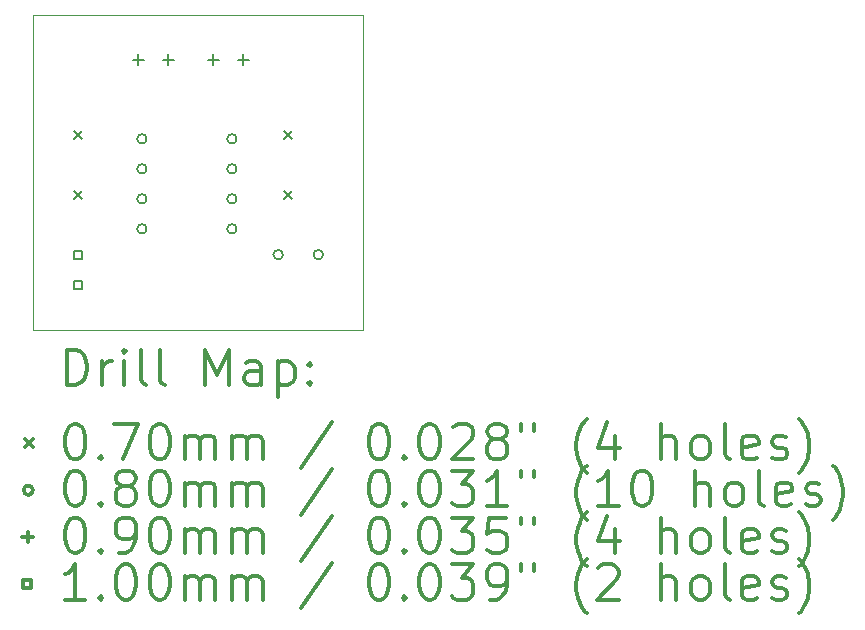
<source format=gbr>
%FSLAX45Y45*%
G04 Gerber Fmt 4.5, Leading zero omitted, Abs format (unit mm)*
G04 Created by KiCad (PCBNEW (5.1.9)-1) date 2021-03-23 19:31:26*
%MOMM*%
%LPD*%
G01*
G04 APERTURE LIST*
%TA.AperFunction,Profile*%
%ADD10C,0.050000*%
%TD*%
%ADD11C,0.200000*%
%ADD12C,0.300000*%
G04 APERTURE END LIST*
D10*
X12065000Y-9652000D02*
X12065000Y-6985000D01*
X14859000Y-6985000D02*
X12065000Y-6985000D01*
X14859000Y-9652000D02*
X14859000Y-6985000D01*
X12065000Y-9652000D02*
X14859000Y-9652000D01*
D11*
X12411000Y-7966000D02*
X12481000Y-8036000D01*
X12481000Y-7966000D02*
X12411000Y-8036000D01*
X12411000Y-8474000D02*
X12481000Y-8544000D01*
X12481000Y-8474000D02*
X12411000Y-8544000D01*
X14189000Y-7966000D02*
X14259000Y-8036000D01*
X14259000Y-7966000D02*
X14189000Y-8036000D01*
X14189000Y-8474000D02*
X14259000Y-8544000D01*
X14259000Y-8474000D02*
X14189000Y-8544000D01*
X13024500Y-8036500D02*
G75*
G03*
X13024500Y-8036500I-40000J0D01*
G01*
X13024500Y-8290500D02*
G75*
G03*
X13024500Y-8290500I-40000J0D01*
G01*
X13024500Y-8544500D02*
G75*
G03*
X13024500Y-8544500I-40000J0D01*
G01*
X13024500Y-8798500D02*
G75*
G03*
X13024500Y-8798500I-40000J0D01*
G01*
X13786500Y-8036500D02*
G75*
G03*
X13786500Y-8036500I-40000J0D01*
G01*
X13786500Y-8290500D02*
G75*
G03*
X13786500Y-8290500I-40000J0D01*
G01*
X13786500Y-8544500D02*
G75*
G03*
X13786500Y-8544500I-40000J0D01*
G01*
X13786500Y-8798500D02*
G75*
G03*
X13786500Y-8798500I-40000J0D01*
G01*
X14178000Y-9017000D02*
G75*
G03*
X14178000Y-9017000I-40000J0D01*
G01*
X14518000Y-9017000D02*
G75*
G03*
X14518000Y-9017000I-40000J0D01*
G01*
X12954000Y-7321000D02*
X12954000Y-7411000D01*
X12909000Y-7366000D02*
X12999000Y-7366000D01*
X13208000Y-7321000D02*
X13208000Y-7411000D01*
X13163000Y-7366000D02*
X13253000Y-7366000D01*
X13589000Y-7321000D02*
X13589000Y-7411000D01*
X13544000Y-7366000D02*
X13634000Y-7366000D01*
X13843000Y-7321000D02*
X13843000Y-7411000D01*
X13798000Y-7366000D02*
X13888000Y-7366000D01*
X12481356Y-9052356D02*
X12481356Y-8981644D01*
X12410644Y-8981644D01*
X12410644Y-9052356D01*
X12481356Y-9052356D01*
X12481356Y-9306356D02*
X12481356Y-9235644D01*
X12410644Y-9235644D01*
X12410644Y-9306356D01*
X12481356Y-9306356D01*
D12*
X12348928Y-10120214D02*
X12348928Y-9820214D01*
X12420357Y-9820214D01*
X12463214Y-9834500D01*
X12491786Y-9863072D01*
X12506071Y-9891643D01*
X12520357Y-9948786D01*
X12520357Y-9991643D01*
X12506071Y-10048786D01*
X12491786Y-10077357D01*
X12463214Y-10105929D01*
X12420357Y-10120214D01*
X12348928Y-10120214D01*
X12648928Y-10120214D02*
X12648928Y-9920214D01*
X12648928Y-9977357D02*
X12663214Y-9948786D01*
X12677500Y-9934500D01*
X12706071Y-9920214D01*
X12734643Y-9920214D01*
X12834643Y-10120214D02*
X12834643Y-9920214D01*
X12834643Y-9820214D02*
X12820357Y-9834500D01*
X12834643Y-9848786D01*
X12848928Y-9834500D01*
X12834643Y-9820214D01*
X12834643Y-9848786D01*
X13020357Y-10120214D02*
X12991786Y-10105929D01*
X12977500Y-10077357D01*
X12977500Y-9820214D01*
X13177500Y-10120214D02*
X13148928Y-10105929D01*
X13134643Y-10077357D01*
X13134643Y-9820214D01*
X13520357Y-10120214D02*
X13520357Y-9820214D01*
X13620357Y-10034500D01*
X13720357Y-9820214D01*
X13720357Y-10120214D01*
X13991786Y-10120214D02*
X13991786Y-9963072D01*
X13977500Y-9934500D01*
X13948928Y-9920214D01*
X13891786Y-9920214D01*
X13863214Y-9934500D01*
X13991786Y-10105929D02*
X13963214Y-10120214D01*
X13891786Y-10120214D01*
X13863214Y-10105929D01*
X13848928Y-10077357D01*
X13848928Y-10048786D01*
X13863214Y-10020214D01*
X13891786Y-10005929D01*
X13963214Y-10005929D01*
X13991786Y-9991643D01*
X14134643Y-9920214D02*
X14134643Y-10220214D01*
X14134643Y-9934500D02*
X14163214Y-9920214D01*
X14220357Y-9920214D01*
X14248928Y-9934500D01*
X14263214Y-9948786D01*
X14277500Y-9977357D01*
X14277500Y-10063072D01*
X14263214Y-10091643D01*
X14248928Y-10105929D01*
X14220357Y-10120214D01*
X14163214Y-10120214D01*
X14134643Y-10105929D01*
X14406071Y-10091643D02*
X14420357Y-10105929D01*
X14406071Y-10120214D01*
X14391786Y-10105929D01*
X14406071Y-10091643D01*
X14406071Y-10120214D01*
X14406071Y-9934500D02*
X14420357Y-9948786D01*
X14406071Y-9963072D01*
X14391786Y-9948786D01*
X14406071Y-9934500D01*
X14406071Y-9963072D01*
X11992500Y-10579500D02*
X12062500Y-10649500D01*
X12062500Y-10579500D02*
X11992500Y-10649500D01*
X12406071Y-10450214D02*
X12434643Y-10450214D01*
X12463214Y-10464500D01*
X12477500Y-10478786D01*
X12491786Y-10507357D01*
X12506071Y-10564500D01*
X12506071Y-10635929D01*
X12491786Y-10693072D01*
X12477500Y-10721643D01*
X12463214Y-10735929D01*
X12434643Y-10750214D01*
X12406071Y-10750214D01*
X12377500Y-10735929D01*
X12363214Y-10721643D01*
X12348928Y-10693072D01*
X12334643Y-10635929D01*
X12334643Y-10564500D01*
X12348928Y-10507357D01*
X12363214Y-10478786D01*
X12377500Y-10464500D01*
X12406071Y-10450214D01*
X12634643Y-10721643D02*
X12648928Y-10735929D01*
X12634643Y-10750214D01*
X12620357Y-10735929D01*
X12634643Y-10721643D01*
X12634643Y-10750214D01*
X12748928Y-10450214D02*
X12948928Y-10450214D01*
X12820357Y-10750214D01*
X13120357Y-10450214D02*
X13148928Y-10450214D01*
X13177500Y-10464500D01*
X13191786Y-10478786D01*
X13206071Y-10507357D01*
X13220357Y-10564500D01*
X13220357Y-10635929D01*
X13206071Y-10693072D01*
X13191786Y-10721643D01*
X13177500Y-10735929D01*
X13148928Y-10750214D01*
X13120357Y-10750214D01*
X13091786Y-10735929D01*
X13077500Y-10721643D01*
X13063214Y-10693072D01*
X13048928Y-10635929D01*
X13048928Y-10564500D01*
X13063214Y-10507357D01*
X13077500Y-10478786D01*
X13091786Y-10464500D01*
X13120357Y-10450214D01*
X13348928Y-10750214D02*
X13348928Y-10550214D01*
X13348928Y-10578786D02*
X13363214Y-10564500D01*
X13391786Y-10550214D01*
X13434643Y-10550214D01*
X13463214Y-10564500D01*
X13477500Y-10593072D01*
X13477500Y-10750214D01*
X13477500Y-10593072D02*
X13491786Y-10564500D01*
X13520357Y-10550214D01*
X13563214Y-10550214D01*
X13591786Y-10564500D01*
X13606071Y-10593072D01*
X13606071Y-10750214D01*
X13748928Y-10750214D02*
X13748928Y-10550214D01*
X13748928Y-10578786D02*
X13763214Y-10564500D01*
X13791786Y-10550214D01*
X13834643Y-10550214D01*
X13863214Y-10564500D01*
X13877500Y-10593072D01*
X13877500Y-10750214D01*
X13877500Y-10593072D02*
X13891786Y-10564500D01*
X13920357Y-10550214D01*
X13963214Y-10550214D01*
X13991786Y-10564500D01*
X14006071Y-10593072D01*
X14006071Y-10750214D01*
X14591786Y-10435929D02*
X14334643Y-10821643D01*
X14977500Y-10450214D02*
X15006071Y-10450214D01*
X15034643Y-10464500D01*
X15048928Y-10478786D01*
X15063214Y-10507357D01*
X15077500Y-10564500D01*
X15077500Y-10635929D01*
X15063214Y-10693072D01*
X15048928Y-10721643D01*
X15034643Y-10735929D01*
X15006071Y-10750214D01*
X14977500Y-10750214D01*
X14948928Y-10735929D01*
X14934643Y-10721643D01*
X14920357Y-10693072D01*
X14906071Y-10635929D01*
X14906071Y-10564500D01*
X14920357Y-10507357D01*
X14934643Y-10478786D01*
X14948928Y-10464500D01*
X14977500Y-10450214D01*
X15206071Y-10721643D02*
X15220357Y-10735929D01*
X15206071Y-10750214D01*
X15191786Y-10735929D01*
X15206071Y-10721643D01*
X15206071Y-10750214D01*
X15406071Y-10450214D02*
X15434643Y-10450214D01*
X15463214Y-10464500D01*
X15477500Y-10478786D01*
X15491786Y-10507357D01*
X15506071Y-10564500D01*
X15506071Y-10635929D01*
X15491786Y-10693072D01*
X15477500Y-10721643D01*
X15463214Y-10735929D01*
X15434643Y-10750214D01*
X15406071Y-10750214D01*
X15377500Y-10735929D01*
X15363214Y-10721643D01*
X15348928Y-10693072D01*
X15334643Y-10635929D01*
X15334643Y-10564500D01*
X15348928Y-10507357D01*
X15363214Y-10478786D01*
X15377500Y-10464500D01*
X15406071Y-10450214D01*
X15620357Y-10478786D02*
X15634643Y-10464500D01*
X15663214Y-10450214D01*
X15734643Y-10450214D01*
X15763214Y-10464500D01*
X15777500Y-10478786D01*
X15791786Y-10507357D01*
X15791786Y-10535929D01*
X15777500Y-10578786D01*
X15606071Y-10750214D01*
X15791786Y-10750214D01*
X15963214Y-10578786D02*
X15934643Y-10564500D01*
X15920357Y-10550214D01*
X15906071Y-10521643D01*
X15906071Y-10507357D01*
X15920357Y-10478786D01*
X15934643Y-10464500D01*
X15963214Y-10450214D01*
X16020357Y-10450214D01*
X16048928Y-10464500D01*
X16063214Y-10478786D01*
X16077500Y-10507357D01*
X16077500Y-10521643D01*
X16063214Y-10550214D01*
X16048928Y-10564500D01*
X16020357Y-10578786D01*
X15963214Y-10578786D01*
X15934643Y-10593072D01*
X15920357Y-10607357D01*
X15906071Y-10635929D01*
X15906071Y-10693072D01*
X15920357Y-10721643D01*
X15934643Y-10735929D01*
X15963214Y-10750214D01*
X16020357Y-10750214D01*
X16048928Y-10735929D01*
X16063214Y-10721643D01*
X16077500Y-10693072D01*
X16077500Y-10635929D01*
X16063214Y-10607357D01*
X16048928Y-10593072D01*
X16020357Y-10578786D01*
X16191786Y-10450214D02*
X16191786Y-10507357D01*
X16306071Y-10450214D02*
X16306071Y-10507357D01*
X16748928Y-10864500D02*
X16734643Y-10850214D01*
X16706071Y-10807357D01*
X16691786Y-10778786D01*
X16677500Y-10735929D01*
X16663214Y-10664500D01*
X16663214Y-10607357D01*
X16677500Y-10535929D01*
X16691786Y-10493072D01*
X16706071Y-10464500D01*
X16734643Y-10421643D01*
X16748928Y-10407357D01*
X16991786Y-10550214D02*
X16991786Y-10750214D01*
X16920357Y-10435929D02*
X16848928Y-10650214D01*
X17034643Y-10650214D01*
X17377500Y-10750214D02*
X17377500Y-10450214D01*
X17506071Y-10750214D02*
X17506071Y-10593072D01*
X17491786Y-10564500D01*
X17463214Y-10550214D01*
X17420357Y-10550214D01*
X17391786Y-10564500D01*
X17377500Y-10578786D01*
X17691786Y-10750214D02*
X17663214Y-10735929D01*
X17648928Y-10721643D01*
X17634643Y-10693072D01*
X17634643Y-10607357D01*
X17648928Y-10578786D01*
X17663214Y-10564500D01*
X17691786Y-10550214D01*
X17734643Y-10550214D01*
X17763214Y-10564500D01*
X17777500Y-10578786D01*
X17791786Y-10607357D01*
X17791786Y-10693072D01*
X17777500Y-10721643D01*
X17763214Y-10735929D01*
X17734643Y-10750214D01*
X17691786Y-10750214D01*
X17963214Y-10750214D02*
X17934643Y-10735929D01*
X17920357Y-10707357D01*
X17920357Y-10450214D01*
X18191786Y-10735929D02*
X18163214Y-10750214D01*
X18106071Y-10750214D01*
X18077500Y-10735929D01*
X18063214Y-10707357D01*
X18063214Y-10593072D01*
X18077500Y-10564500D01*
X18106071Y-10550214D01*
X18163214Y-10550214D01*
X18191786Y-10564500D01*
X18206071Y-10593072D01*
X18206071Y-10621643D01*
X18063214Y-10650214D01*
X18320357Y-10735929D02*
X18348928Y-10750214D01*
X18406071Y-10750214D01*
X18434643Y-10735929D01*
X18448928Y-10707357D01*
X18448928Y-10693072D01*
X18434643Y-10664500D01*
X18406071Y-10650214D01*
X18363214Y-10650214D01*
X18334643Y-10635929D01*
X18320357Y-10607357D01*
X18320357Y-10593072D01*
X18334643Y-10564500D01*
X18363214Y-10550214D01*
X18406071Y-10550214D01*
X18434643Y-10564500D01*
X18548928Y-10864500D02*
X18563214Y-10850214D01*
X18591786Y-10807357D01*
X18606071Y-10778786D01*
X18620357Y-10735929D01*
X18634643Y-10664500D01*
X18634643Y-10607357D01*
X18620357Y-10535929D01*
X18606071Y-10493072D01*
X18591786Y-10464500D01*
X18563214Y-10421643D01*
X18548928Y-10407357D01*
X12062500Y-11010500D02*
G75*
G03*
X12062500Y-11010500I-40000J0D01*
G01*
X12406071Y-10846214D02*
X12434643Y-10846214D01*
X12463214Y-10860500D01*
X12477500Y-10874786D01*
X12491786Y-10903357D01*
X12506071Y-10960500D01*
X12506071Y-11031929D01*
X12491786Y-11089072D01*
X12477500Y-11117643D01*
X12463214Y-11131929D01*
X12434643Y-11146214D01*
X12406071Y-11146214D01*
X12377500Y-11131929D01*
X12363214Y-11117643D01*
X12348928Y-11089072D01*
X12334643Y-11031929D01*
X12334643Y-10960500D01*
X12348928Y-10903357D01*
X12363214Y-10874786D01*
X12377500Y-10860500D01*
X12406071Y-10846214D01*
X12634643Y-11117643D02*
X12648928Y-11131929D01*
X12634643Y-11146214D01*
X12620357Y-11131929D01*
X12634643Y-11117643D01*
X12634643Y-11146214D01*
X12820357Y-10974786D02*
X12791786Y-10960500D01*
X12777500Y-10946214D01*
X12763214Y-10917643D01*
X12763214Y-10903357D01*
X12777500Y-10874786D01*
X12791786Y-10860500D01*
X12820357Y-10846214D01*
X12877500Y-10846214D01*
X12906071Y-10860500D01*
X12920357Y-10874786D01*
X12934643Y-10903357D01*
X12934643Y-10917643D01*
X12920357Y-10946214D01*
X12906071Y-10960500D01*
X12877500Y-10974786D01*
X12820357Y-10974786D01*
X12791786Y-10989072D01*
X12777500Y-11003357D01*
X12763214Y-11031929D01*
X12763214Y-11089072D01*
X12777500Y-11117643D01*
X12791786Y-11131929D01*
X12820357Y-11146214D01*
X12877500Y-11146214D01*
X12906071Y-11131929D01*
X12920357Y-11117643D01*
X12934643Y-11089072D01*
X12934643Y-11031929D01*
X12920357Y-11003357D01*
X12906071Y-10989072D01*
X12877500Y-10974786D01*
X13120357Y-10846214D02*
X13148928Y-10846214D01*
X13177500Y-10860500D01*
X13191786Y-10874786D01*
X13206071Y-10903357D01*
X13220357Y-10960500D01*
X13220357Y-11031929D01*
X13206071Y-11089072D01*
X13191786Y-11117643D01*
X13177500Y-11131929D01*
X13148928Y-11146214D01*
X13120357Y-11146214D01*
X13091786Y-11131929D01*
X13077500Y-11117643D01*
X13063214Y-11089072D01*
X13048928Y-11031929D01*
X13048928Y-10960500D01*
X13063214Y-10903357D01*
X13077500Y-10874786D01*
X13091786Y-10860500D01*
X13120357Y-10846214D01*
X13348928Y-11146214D02*
X13348928Y-10946214D01*
X13348928Y-10974786D02*
X13363214Y-10960500D01*
X13391786Y-10946214D01*
X13434643Y-10946214D01*
X13463214Y-10960500D01*
X13477500Y-10989072D01*
X13477500Y-11146214D01*
X13477500Y-10989072D02*
X13491786Y-10960500D01*
X13520357Y-10946214D01*
X13563214Y-10946214D01*
X13591786Y-10960500D01*
X13606071Y-10989072D01*
X13606071Y-11146214D01*
X13748928Y-11146214D02*
X13748928Y-10946214D01*
X13748928Y-10974786D02*
X13763214Y-10960500D01*
X13791786Y-10946214D01*
X13834643Y-10946214D01*
X13863214Y-10960500D01*
X13877500Y-10989072D01*
X13877500Y-11146214D01*
X13877500Y-10989072D02*
X13891786Y-10960500D01*
X13920357Y-10946214D01*
X13963214Y-10946214D01*
X13991786Y-10960500D01*
X14006071Y-10989072D01*
X14006071Y-11146214D01*
X14591786Y-10831929D02*
X14334643Y-11217643D01*
X14977500Y-10846214D02*
X15006071Y-10846214D01*
X15034643Y-10860500D01*
X15048928Y-10874786D01*
X15063214Y-10903357D01*
X15077500Y-10960500D01*
X15077500Y-11031929D01*
X15063214Y-11089072D01*
X15048928Y-11117643D01*
X15034643Y-11131929D01*
X15006071Y-11146214D01*
X14977500Y-11146214D01*
X14948928Y-11131929D01*
X14934643Y-11117643D01*
X14920357Y-11089072D01*
X14906071Y-11031929D01*
X14906071Y-10960500D01*
X14920357Y-10903357D01*
X14934643Y-10874786D01*
X14948928Y-10860500D01*
X14977500Y-10846214D01*
X15206071Y-11117643D02*
X15220357Y-11131929D01*
X15206071Y-11146214D01*
X15191786Y-11131929D01*
X15206071Y-11117643D01*
X15206071Y-11146214D01*
X15406071Y-10846214D02*
X15434643Y-10846214D01*
X15463214Y-10860500D01*
X15477500Y-10874786D01*
X15491786Y-10903357D01*
X15506071Y-10960500D01*
X15506071Y-11031929D01*
X15491786Y-11089072D01*
X15477500Y-11117643D01*
X15463214Y-11131929D01*
X15434643Y-11146214D01*
X15406071Y-11146214D01*
X15377500Y-11131929D01*
X15363214Y-11117643D01*
X15348928Y-11089072D01*
X15334643Y-11031929D01*
X15334643Y-10960500D01*
X15348928Y-10903357D01*
X15363214Y-10874786D01*
X15377500Y-10860500D01*
X15406071Y-10846214D01*
X15606071Y-10846214D02*
X15791786Y-10846214D01*
X15691786Y-10960500D01*
X15734643Y-10960500D01*
X15763214Y-10974786D01*
X15777500Y-10989072D01*
X15791786Y-11017643D01*
X15791786Y-11089072D01*
X15777500Y-11117643D01*
X15763214Y-11131929D01*
X15734643Y-11146214D01*
X15648928Y-11146214D01*
X15620357Y-11131929D01*
X15606071Y-11117643D01*
X16077500Y-11146214D02*
X15906071Y-11146214D01*
X15991786Y-11146214D02*
X15991786Y-10846214D01*
X15963214Y-10889072D01*
X15934643Y-10917643D01*
X15906071Y-10931929D01*
X16191786Y-10846214D02*
X16191786Y-10903357D01*
X16306071Y-10846214D02*
X16306071Y-10903357D01*
X16748928Y-11260500D02*
X16734643Y-11246214D01*
X16706071Y-11203357D01*
X16691786Y-11174786D01*
X16677500Y-11131929D01*
X16663214Y-11060500D01*
X16663214Y-11003357D01*
X16677500Y-10931929D01*
X16691786Y-10889072D01*
X16706071Y-10860500D01*
X16734643Y-10817643D01*
X16748928Y-10803357D01*
X17020357Y-11146214D02*
X16848928Y-11146214D01*
X16934643Y-11146214D02*
X16934643Y-10846214D01*
X16906071Y-10889072D01*
X16877500Y-10917643D01*
X16848928Y-10931929D01*
X17206071Y-10846214D02*
X17234643Y-10846214D01*
X17263214Y-10860500D01*
X17277500Y-10874786D01*
X17291786Y-10903357D01*
X17306071Y-10960500D01*
X17306071Y-11031929D01*
X17291786Y-11089072D01*
X17277500Y-11117643D01*
X17263214Y-11131929D01*
X17234643Y-11146214D01*
X17206071Y-11146214D01*
X17177500Y-11131929D01*
X17163214Y-11117643D01*
X17148928Y-11089072D01*
X17134643Y-11031929D01*
X17134643Y-10960500D01*
X17148928Y-10903357D01*
X17163214Y-10874786D01*
X17177500Y-10860500D01*
X17206071Y-10846214D01*
X17663214Y-11146214D02*
X17663214Y-10846214D01*
X17791786Y-11146214D02*
X17791786Y-10989072D01*
X17777500Y-10960500D01*
X17748928Y-10946214D01*
X17706071Y-10946214D01*
X17677500Y-10960500D01*
X17663214Y-10974786D01*
X17977500Y-11146214D02*
X17948928Y-11131929D01*
X17934643Y-11117643D01*
X17920357Y-11089072D01*
X17920357Y-11003357D01*
X17934643Y-10974786D01*
X17948928Y-10960500D01*
X17977500Y-10946214D01*
X18020357Y-10946214D01*
X18048928Y-10960500D01*
X18063214Y-10974786D01*
X18077500Y-11003357D01*
X18077500Y-11089072D01*
X18063214Y-11117643D01*
X18048928Y-11131929D01*
X18020357Y-11146214D01*
X17977500Y-11146214D01*
X18248928Y-11146214D02*
X18220357Y-11131929D01*
X18206071Y-11103357D01*
X18206071Y-10846214D01*
X18477500Y-11131929D02*
X18448928Y-11146214D01*
X18391786Y-11146214D01*
X18363214Y-11131929D01*
X18348928Y-11103357D01*
X18348928Y-10989072D01*
X18363214Y-10960500D01*
X18391786Y-10946214D01*
X18448928Y-10946214D01*
X18477500Y-10960500D01*
X18491786Y-10989072D01*
X18491786Y-11017643D01*
X18348928Y-11046214D01*
X18606071Y-11131929D02*
X18634643Y-11146214D01*
X18691786Y-11146214D01*
X18720357Y-11131929D01*
X18734643Y-11103357D01*
X18734643Y-11089072D01*
X18720357Y-11060500D01*
X18691786Y-11046214D01*
X18648928Y-11046214D01*
X18620357Y-11031929D01*
X18606071Y-11003357D01*
X18606071Y-10989072D01*
X18620357Y-10960500D01*
X18648928Y-10946214D01*
X18691786Y-10946214D01*
X18720357Y-10960500D01*
X18834643Y-11260500D02*
X18848928Y-11246214D01*
X18877500Y-11203357D01*
X18891786Y-11174786D01*
X18906071Y-11131929D01*
X18920357Y-11060500D01*
X18920357Y-11003357D01*
X18906071Y-10931929D01*
X18891786Y-10889072D01*
X18877500Y-10860500D01*
X18848928Y-10817643D01*
X18834643Y-10803357D01*
X12017500Y-11361500D02*
X12017500Y-11451500D01*
X11972500Y-11406500D02*
X12062500Y-11406500D01*
X12406071Y-11242214D02*
X12434643Y-11242214D01*
X12463214Y-11256500D01*
X12477500Y-11270786D01*
X12491786Y-11299357D01*
X12506071Y-11356500D01*
X12506071Y-11427929D01*
X12491786Y-11485071D01*
X12477500Y-11513643D01*
X12463214Y-11527929D01*
X12434643Y-11542214D01*
X12406071Y-11542214D01*
X12377500Y-11527929D01*
X12363214Y-11513643D01*
X12348928Y-11485071D01*
X12334643Y-11427929D01*
X12334643Y-11356500D01*
X12348928Y-11299357D01*
X12363214Y-11270786D01*
X12377500Y-11256500D01*
X12406071Y-11242214D01*
X12634643Y-11513643D02*
X12648928Y-11527929D01*
X12634643Y-11542214D01*
X12620357Y-11527929D01*
X12634643Y-11513643D01*
X12634643Y-11542214D01*
X12791786Y-11542214D02*
X12848928Y-11542214D01*
X12877500Y-11527929D01*
X12891786Y-11513643D01*
X12920357Y-11470786D01*
X12934643Y-11413643D01*
X12934643Y-11299357D01*
X12920357Y-11270786D01*
X12906071Y-11256500D01*
X12877500Y-11242214D01*
X12820357Y-11242214D01*
X12791786Y-11256500D01*
X12777500Y-11270786D01*
X12763214Y-11299357D01*
X12763214Y-11370786D01*
X12777500Y-11399357D01*
X12791786Y-11413643D01*
X12820357Y-11427929D01*
X12877500Y-11427929D01*
X12906071Y-11413643D01*
X12920357Y-11399357D01*
X12934643Y-11370786D01*
X13120357Y-11242214D02*
X13148928Y-11242214D01*
X13177500Y-11256500D01*
X13191786Y-11270786D01*
X13206071Y-11299357D01*
X13220357Y-11356500D01*
X13220357Y-11427929D01*
X13206071Y-11485071D01*
X13191786Y-11513643D01*
X13177500Y-11527929D01*
X13148928Y-11542214D01*
X13120357Y-11542214D01*
X13091786Y-11527929D01*
X13077500Y-11513643D01*
X13063214Y-11485071D01*
X13048928Y-11427929D01*
X13048928Y-11356500D01*
X13063214Y-11299357D01*
X13077500Y-11270786D01*
X13091786Y-11256500D01*
X13120357Y-11242214D01*
X13348928Y-11542214D02*
X13348928Y-11342214D01*
X13348928Y-11370786D02*
X13363214Y-11356500D01*
X13391786Y-11342214D01*
X13434643Y-11342214D01*
X13463214Y-11356500D01*
X13477500Y-11385071D01*
X13477500Y-11542214D01*
X13477500Y-11385071D02*
X13491786Y-11356500D01*
X13520357Y-11342214D01*
X13563214Y-11342214D01*
X13591786Y-11356500D01*
X13606071Y-11385071D01*
X13606071Y-11542214D01*
X13748928Y-11542214D02*
X13748928Y-11342214D01*
X13748928Y-11370786D02*
X13763214Y-11356500D01*
X13791786Y-11342214D01*
X13834643Y-11342214D01*
X13863214Y-11356500D01*
X13877500Y-11385071D01*
X13877500Y-11542214D01*
X13877500Y-11385071D02*
X13891786Y-11356500D01*
X13920357Y-11342214D01*
X13963214Y-11342214D01*
X13991786Y-11356500D01*
X14006071Y-11385071D01*
X14006071Y-11542214D01*
X14591786Y-11227929D02*
X14334643Y-11613643D01*
X14977500Y-11242214D02*
X15006071Y-11242214D01*
X15034643Y-11256500D01*
X15048928Y-11270786D01*
X15063214Y-11299357D01*
X15077500Y-11356500D01*
X15077500Y-11427929D01*
X15063214Y-11485071D01*
X15048928Y-11513643D01*
X15034643Y-11527929D01*
X15006071Y-11542214D01*
X14977500Y-11542214D01*
X14948928Y-11527929D01*
X14934643Y-11513643D01*
X14920357Y-11485071D01*
X14906071Y-11427929D01*
X14906071Y-11356500D01*
X14920357Y-11299357D01*
X14934643Y-11270786D01*
X14948928Y-11256500D01*
X14977500Y-11242214D01*
X15206071Y-11513643D02*
X15220357Y-11527929D01*
X15206071Y-11542214D01*
X15191786Y-11527929D01*
X15206071Y-11513643D01*
X15206071Y-11542214D01*
X15406071Y-11242214D02*
X15434643Y-11242214D01*
X15463214Y-11256500D01*
X15477500Y-11270786D01*
X15491786Y-11299357D01*
X15506071Y-11356500D01*
X15506071Y-11427929D01*
X15491786Y-11485071D01*
X15477500Y-11513643D01*
X15463214Y-11527929D01*
X15434643Y-11542214D01*
X15406071Y-11542214D01*
X15377500Y-11527929D01*
X15363214Y-11513643D01*
X15348928Y-11485071D01*
X15334643Y-11427929D01*
X15334643Y-11356500D01*
X15348928Y-11299357D01*
X15363214Y-11270786D01*
X15377500Y-11256500D01*
X15406071Y-11242214D01*
X15606071Y-11242214D02*
X15791786Y-11242214D01*
X15691786Y-11356500D01*
X15734643Y-11356500D01*
X15763214Y-11370786D01*
X15777500Y-11385071D01*
X15791786Y-11413643D01*
X15791786Y-11485071D01*
X15777500Y-11513643D01*
X15763214Y-11527929D01*
X15734643Y-11542214D01*
X15648928Y-11542214D01*
X15620357Y-11527929D01*
X15606071Y-11513643D01*
X16063214Y-11242214D02*
X15920357Y-11242214D01*
X15906071Y-11385071D01*
X15920357Y-11370786D01*
X15948928Y-11356500D01*
X16020357Y-11356500D01*
X16048928Y-11370786D01*
X16063214Y-11385071D01*
X16077500Y-11413643D01*
X16077500Y-11485071D01*
X16063214Y-11513643D01*
X16048928Y-11527929D01*
X16020357Y-11542214D01*
X15948928Y-11542214D01*
X15920357Y-11527929D01*
X15906071Y-11513643D01*
X16191786Y-11242214D02*
X16191786Y-11299357D01*
X16306071Y-11242214D02*
X16306071Y-11299357D01*
X16748928Y-11656500D02*
X16734643Y-11642214D01*
X16706071Y-11599357D01*
X16691786Y-11570786D01*
X16677500Y-11527929D01*
X16663214Y-11456500D01*
X16663214Y-11399357D01*
X16677500Y-11327929D01*
X16691786Y-11285071D01*
X16706071Y-11256500D01*
X16734643Y-11213643D01*
X16748928Y-11199357D01*
X16991786Y-11342214D02*
X16991786Y-11542214D01*
X16920357Y-11227929D02*
X16848928Y-11442214D01*
X17034643Y-11442214D01*
X17377500Y-11542214D02*
X17377500Y-11242214D01*
X17506071Y-11542214D02*
X17506071Y-11385071D01*
X17491786Y-11356500D01*
X17463214Y-11342214D01*
X17420357Y-11342214D01*
X17391786Y-11356500D01*
X17377500Y-11370786D01*
X17691786Y-11542214D02*
X17663214Y-11527929D01*
X17648928Y-11513643D01*
X17634643Y-11485071D01*
X17634643Y-11399357D01*
X17648928Y-11370786D01*
X17663214Y-11356500D01*
X17691786Y-11342214D01*
X17734643Y-11342214D01*
X17763214Y-11356500D01*
X17777500Y-11370786D01*
X17791786Y-11399357D01*
X17791786Y-11485071D01*
X17777500Y-11513643D01*
X17763214Y-11527929D01*
X17734643Y-11542214D01*
X17691786Y-11542214D01*
X17963214Y-11542214D02*
X17934643Y-11527929D01*
X17920357Y-11499357D01*
X17920357Y-11242214D01*
X18191786Y-11527929D02*
X18163214Y-11542214D01*
X18106071Y-11542214D01*
X18077500Y-11527929D01*
X18063214Y-11499357D01*
X18063214Y-11385071D01*
X18077500Y-11356500D01*
X18106071Y-11342214D01*
X18163214Y-11342214D01*
X18191786Y-11356500D01*
X18206071Y-11385071D01*
X18206071Y-11413643D01*
X18063214Y-11442214D01*
X18320357Y-11527929D02*
X18348928Y-11542214D01*
X18406071Y-11542214D01*
X18434643Y-11527929D01*
X18448928Y-11499357D01*
X18448928Y-11485071D01*
X18434643Y-11456500D01*
X18406071Y-11442214D01*
X18363214Y-11442214D01*
X18334643Y-11427929D01*
X18320357Y-11399357D01*
X18320357Y-11385071D01*
X18334643Y-11356500D01*
X18363214Y-11342214D01*
X18406071Y-11342214D01*
X18434643Y-11356500D01*
X18548928Y-11656500D02*
X18563214Y-11642214D01*
X18591786Y-11599357D01*
X18606071Y-11570786D01*
X18620357Y-11527929D01*
X18634643Y-11456500D01*
X18634643Y-11399357D01*
X18620357Y-11327929D01*
X18606071Y-11285071D01*
X18591786Y-11256500D01*
X18563214Y-11213643D01*
X18548928Y-11199357D01*
X12047856Y-11837856D02*
X12047856Y-11767144D01*
X11977144Y-11767144D01*
X11977144Y-11837856D01*
X12047856Y-11837856D01*
X12506071Y-11938214D02*
X12334643Y-11938214D01*
X12420357Y-11938214D02*
X12420357Y-11638214D01*
X12391786Y-11681071D01*
X12363214Y-11709643D01*
X12334643Y-11723929D01*
X12634643Y-11909643D02*
X12648928Y-11923929D01*
X12634643Y-11938214D01*
X12620357Y-11923929D01*
X12634643Y-11909643D01*
X12634643Y-11938214D01*
X12834643Y-11638214D02*
X12863214Y-11638214D01*
X12891786Y-11652500D01*
X12906071Y-11666786D01*
X12920357Y-11695357D01*
X12934643Y-11752500D01*
X12934643Y-11823929D01*
X12920357Y-11881071D01*
X12906071Y-11909643D01*
X12891786Y-11923929D01*
X12863214Y-11938214D01*
X12834643Y-11938214D01*
X12806071Y-11923929D01*
X12791786Y-11909643D01*
X12777500Y-11881071D01*
X12763214Y-11823929D01*
X12763214Y-11752500D01*
X12777500Y-11695357D01*
X12791786Y-11666786D01*
X12806071Y-11652500D01*
X12834643Y-11638214D01*
X13120357Y-11638214D02*
X13148928Y-11638214D01*
X13177500Y-11652500D01*
X13191786Y-11666786D01*
X13206071Y-11695357D01*
X13220357Y-11752500D01*
X13220357Y-11823929D01*
X13206071Y-11881071D01*
X13191786Y-11909643D01*
X13177500Y-11923929D01*
X13148928Y-11938214D01*
X13120357Y-11938214D01*
X13091786Y-11923929D01*
X13077500Y-11909643D01*
X13063214Y-11881071D01*
X13048928Y-11823929D01*
X13048928Y-11752500D01*
X13063214Y-11695357D01*
X13077500Y-11666786D01*
X13091786Y-11652500D01*
X13120357Y-11638214D01*
X13348928Y-11938214D02*
X13348928Y-11738214D01*
X13348928Y-11766786D02*
X13363214Y-11752500D01*
X13391786Y-11738214D01*
X13434643Y-11738214D01*
X13463214Y-11752500D01*
X13477500Y-11781071D01*
X13477500Y-11938214D01*
X13477500Y-11781071D02*
X13491786Y-11752500D01*
X13520357Y-11738214D01*
X13563214Y-11738214D01*
X13591786Y-11752500D01*
X13606071Y-11781071D01*
X13606071Y-11938214D01*
X13748928Y-11938214D02*
X13748928Y-11738214D01*
X13748928Y-11766786D02*
X13763214Y-11752500D01*
X13791786Y-11738214D01*
X13834643Y-11738214D01*
X13863214Y-11752500D01*
X13877500Y-11781071D01*
X13877500Y-11938214D01*
X13877500Y-11781071D02*
X13891786Y-11752500D01*
X13920357Y-11738214D01*
X13963214Y-11738214D01*
X13991786Y-11752500D01*
X14006071Y-11781071D01*
X14006071Y-11938214D01*
X14591786Y-11623929D02*
X14334643Y-12009643D01*
X14977500Y-11638214D02*
X15006071Y-11638214D01*
X15034643Y-11652500D01*
X15048928Y-11666786D01*
X15063214Y-11695357D01*
X15077500Y-11752500D01*
X15077500Y-11823929D01*
X15063214Y-11881071D01*
X15048928Y-11909643D01*
X15034643Y-11923929D01*
X15006071Y-11938214D01*
X14977500Y-11938214D01*
X14948928Y-11923929D01*
X14934643Y-11909643D01*
X14920357Y-11881071D01*
X14906071Y-11823929D01*
X14906071Y-11752500D01*
X14920357Y-11695357D01*
X14934643Y-11666786D01*
X14948928Y-11652500D01*
X14977500Y-11638214D01*
X15206071Y-11909643D02*
X15220357Y-11923929D01*
X15206071Y-11938214D01*
X15191786Y-11923929D01*
X15206071Y-11909643D01*
X15206071Y-11938214D01*
X15406071Y-11638214D02*
X15434643Y-11638214D01*
X15463214Y-11652500D01*
X15477500Y-11666786D01*
X15491786Y-11695357D01*
X15506071Y-11752500D01*
X15506071Y-11823929D01*
X15491786Y-11881071D01*
X15477500Y-11909643D01*
X15463214Y-11923929D01*
X15434643Y-11938214D01*
X15406071Y-11938214D01*
X15377500Y-11923929D01*
X15363214Y-11909643D01*
X15348928Y-11881071D01*
X15334643Y-11823929D01*
X15334643Y-11752500D01*
X15348928Y-11695357D01*
X15363214Y-11666786D01*
X15377500Y-11652500D01*
X15406071Y-11638214D01*
X15606071Y-11638214D02*
X15791786Y-11638214D01*
X15691786Y-11752500D01*
X15734643Y-11752500D01*
X15763214Y-11766786D01*
X15777500Y-11781071D01*
X15791786Y-11809643D01*
X15791786Y-11881071D01*
X15777500Y-11909643D01*
X15763214Y-11923929D01*
X15734643Y-11938214D01*
X15648928Y-11938214D01*
X15620357Y-11923929D01*
X15606071Y-11909643D01*
X15934643Y-11938214D02*
X15991786Y-11938214D01*
X16020357Y-11923929D01*
X16034643Y-11909643D01*
X16063214Y-11866786D01*
X16077500Y-11809643D01*
X16077500Y-11695357D01*
X16063214Y-11666786D01*
X16048928Y-11652500D01*
X16020357Y-11638214D01*
X15963214Y-11638214D01*
X15934643Y-11652500D01*
X15920357Y-11666786D01*
X15906071Y-11695357D01*
X15906071Y-11766786D01*
X15920357Y-11795357D01*
X15934643Y-11809643D01*
X15963214Y-11823929D01*
X16020357Y-11823929D01*
X16048928Y-11809643D01*
X16063214Y-11795357D01*
X16077500Y-11766786D01*
X16191786Y-11638214D02*
X16191786Y-11695357D01*
X16306071Y-11638214D02*
X16306071Y-11695357D01*
X16748928Y-12052500D02*
X16734643Y-12038214D01*
X16706071Y-11995357D01*
X16691786Y-11966786D01*
X16677500Y-11923929D01*
X16663214Y-11852500D01*
X16663214Y-11795357D01*
X16677500Y-11723929D01*
X16691786Y-11681071D01*
X16706071Y-11652500D01*
X16734643Y-11609643D01*
X16748928Y-11595357D01*
X16848928Y-11666786D02*
X16863214Y-11652500D01*
X16891786Y-11638214D01*
X16963214Y-11638214D01*
X16991786Y-11652500D01*
X17006071Y-11666786D01*
X17020357Y-11695357D01*
X17020357Y-11723929D01*
X17006071Y-11766786D01*
X16834643Y-11938214D01*
X17020357Y-11938214D01*
X17377500Y-11938214D02*
X17377500Y-11638214D01*
X17506071Y-11938214D02*
X17506071Y-11781071D01*
X17491786Y-11752500D01*
X17463214Y-11738214D01*
X17420357Y-11738214D01*
X17391786Y-11752500D01*
X17377500Y-11766786D01*
X17691786Y-11938214D02*
X17663214Y-11923929D01*
X17648928Y-11909643D01*
X17634643Y-11881071D01*
X17634643Y-11795357D01*
X17648928Y-11766786D01*
X17663214Y-11752500D01*
X17691786Y-11738214D01*
X17734643Y-11738214D01*
X17763214Y-11752500D01*
X17777500Y-11766786D01*
X17791786Y-11795357D01*
X17791786Y-11881071D01*
X17777500Y-11909643D01*
X17763214Y-11923929D01*
X17734643Y-11938214D01*
X17691786Y-11938214D01*
X17963214Y-11938214D02*
X17934643Y-11923929D01*
X17920357Y-11895357D01*
X17920357Y-11638214D01*
X18191786Y-11923929D02*
X18163214Y-11938214D01*
X18106071Y-11938214D01*
X18077500Y-11923929D01*
X18063214Y-11895357D01*
X18063214Y-11781071D01*
X18077500Y-11752500D01*
X18106071Y-11738214D01*
X18163214Y-11738214D01*
X18191786Y-11752500D01*
X18206071Y-11781071D01*
X18206071Y-11809643D01*
X18063214Y-11838214D01*
X18320357Y-11923929D02*
X18348928Y-11938214D01*
X18406071Y-11938214D01*
X18434643Y-11923929D01*
X18448928Y-11895357D01*
X18448928Y-11881071D01*
X18434643Y-11852500D01*
X18406071Y-11838214D01*
X18363214Y-11838214D01*
X18334643Y-11823929D01*
X18320357Y-11795357D01*
X18320357Y-11781071D01*
X18334643Y-11752500D01*
X18363214Y-11738214D01*
X18406071Y-11738214D01*
X18434643Y-11752500D01*
X18548928Y-12052500D02*
X18563214Y-12038214D01*
X18591786Y-11995357D01*
X18606071Y-11966786D01*
X18620357Y-11923929D01*
X18634643Y-11852500D01*
X18634643Y-11795357D01*
X18620357Y-11723929D01*
X18606071Y-11681071D01*
X18591786Y-11652500D01*
X18563214Y-11609643D01*
X18548928Y-11595357D01*
M02*

</source>
